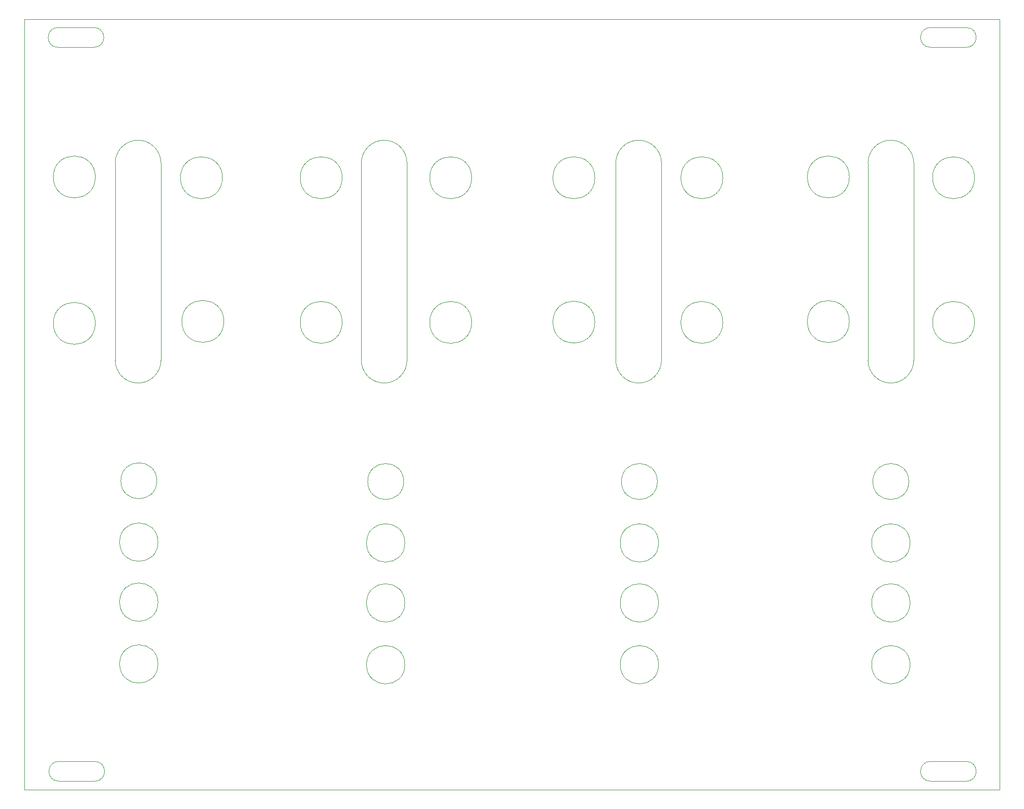
<source format=gm1>
%TF.GenerationSoftware,KiCad,Pcbnew,(5.1.6-0-10_14)*%
%TF.CreationDate,2022-01-25T08:39:06+00:00*%
%TF.ProjectId,Quad Tube VCA Panel,51756164-2054-4756-9265-205643412050,rev?*%
%TF.SameCoordinates,Original*%
%TF.FileFunction,Profile,NP*%
%FSLAX46Y46*%
G04 Gerber Fmt 4.6, Leading zero omitted, Abs format (unit mm)*
G04 Created by KiCad (PCBNEW (5.1.6-0-10_14)) date 2022-01-25 08:39:06*
%MOMM*%
%LPD*%
G01*
G04 APERTURE LIST*
%TA.AperFunction,Profile*%
%ADD10C,0.050000*%
%TD*%
G04 APERTURE END LIST*
D10*
X163703000Y-187833000D02*
X157734000Y-187833000D01*
X157734000Y-187833000D02*
G75*
G02*
X157734000Y-184531000I0J1651000D01*
G01*
X157734000Y-184531000D02*
X163703000Y-184531000D01*
X163703000Y-184531000D02*
G75*
G02*
X163703000Y-187833000I0J-1651000D01*
G01*
X18415000Y-187833000D02*
X12446000Y-187833000D01*
X18415000Y-184531000D02*
G75*
G02*
X18415000Y-187833000I0J-1651000D01*
G01*
X12446000Y-184531000D02*
X18415000Y-184531000D01*
X12446000Y-187833000D02*
G75*
G02*
X12446000Y-184531000I0J1651000D01*
G01*
X163703000Y-65405000D02*
X157734000Y-65405000D01*
X163703000Y-62103000D02*
G75*
G02*
X163703000Y-65405000I0J-1651000D01*
G01*
X157734000Y-62103000D02*
X163703000Y-62103000D01*
X157734000Y-65405000D02*
G75*
G02*
X157734000Y-62103000I0J1651000D01*
G01*
X12319000Y-62103000D02*
X18288000Y-62103000D01*
X18288000Y-65405000D02*
X12319000Y-65405000D01*
X12319000Y-65405000D02*
G75*
G02*
X12319000Y-62103000I0J1651000D01*
G01*
X18288000Y-62103000D02*
G75*
G02*
X18288000Y-65405000I0J-1651000D01*
G01*
X6731000Y-60706000D02*
X169291000Y-60706000D01*
X6731000Y-189230000D02*
X169291000Y-189230000D01*
X6731000Y-189230000D02*
X6731000Y-60706000D01*
X154940000Y-84709000D02*
X154940000Y-117602000D01*
X151130000Y-80899000D02*
G75*
G02*
X154940000Y-84709000I0J-3810000D01*
G01*
X147320000Y-117602000D02*
X147320000Y-84709000D01*
X147320000Y-84709000D02*
G75*
G02*
X151130000Y-80899000I3810000J0D01*
G01*
X154940000Y-117602000D02*
G75*
G02*
X151130000Y-121412000I-3810000J0D01*
G01*
X151130000Y-121412000D02*
G75*
G02*
X147320000Y-117602000I0J3810000D01*
G01*
X112903000Y-84709000D02*
X112903000Y-117602000D01*
X109093000Y-80899000D02*
G75*
G02*
X112903000Y-84709000I0J-3810000D01*
G01*
X105283000Y-117602000D02*
X105283000Y-84709000D01*
X105283000Y-84709000D02*
G75*
G02*
X109093000Y-80899000I3810000J0D01*
G01*
X112903000Y-117602000D02*
G75*
G02*
X109093000Y-121412000I-3810000J0D01*
G01*
X109093000Y-121412000D02*
G75*
G02*
X105283000Y-117602000I0J3810000D01*
G01*
X70485000Y-84709000D02*
X70485000Y-117602000D01*
X66675000Y-80899000D02*
G75*
G02*
X70485000Y-84709000I0J-3810000D01*
G01*
X62865000Y-117602000D02*
X62865000Y-84709000D01*
X62865000Y-84709000D02*
G75*
G02*
X66675000Y-80899000I3810000J0D01*
G01*
X70485000Y-117602000D02*
G75*
G02*
X66675000Y-121412000I-3810000J0D01*
G01*
X66675000Y-121412000D02*
G75*
G02*
X62865000Y-117602000I0J3810000D01*
G01*
X29464000Y-84709000D02*
X29464000Y-117602000D01*
X21844000Y-117602000D02*
X21844000Y-84709000D01*
X21844000Y-84709000D02*
G75*
G02*
X25654000Y-80899000I3810000J0D01*
G01*
X25654000Y-80899000D02*
G75*
G02*
X29464000Y-84709000I0J-3810000D01*
G01*
X29464000Y-117602000D02*
G75*
G02*
X25654000Y-121412000I-3810000J0D01*
G01*
X25654000Y-121412000D02*
G75*
G02*
X21844000Y-117602000I0J3810000D01*
G01*
X28781000Y-137716000D02*
G75*
G03*
X28781000Y-137716000I-3000000J0D01*
G01*
X69929000Y-137843000D02*
G75*
G03*
X69929000Y-137843000I-3000000J0D01*
G01*
X112220000Y-137843000D02*
G75*
G03*
X112220000Y-137843000I-3000000J0D01*
G01*
X154130000Y-137843000D02*
G75*
G03*
X154130000Y-137843000I-3000000J0D01*
G01*
X154330000Y-168402000D02*
G75*
G03*
X154330000Y-168402000I-3200000J0D01*
G01*
X154330000Y-158090000D02*
G75*
G03*
X154330000Y-158090000I-3200000J0D01*
G01*
X154330000Y-148082000D02*
G75*
G03*
X154330000Y-148082000I-3200000J0D01*
G01*
X112420000Y-168402000D02*
G75*
G03*
X112420000Y-168402000I-3200000J0D01*
G01*
X112420000Y-158090000D02*
G75*
G03*
X112420000Y-158090000I-3200000J0D01*
G01*
X112420000Y-148082000D02*
G75*
G03*
X112420000Y-148082000I-3200000J0D01*
G01*
X70129000Y-168402000D02*
G75*
G03*
X70129000Y-168402000I-3200000J0D01*
G01*
X70129000Y-158090000D02*
G75*
G03*
X70129000Y-158090000I-3200000J0D01*
G01*
X70129000Y-148082000D02*
G75*
G03*
X70129000Y-148082000I-3200000J0D01*
G01*
X28981000Y-168275000D02*
G75*
G03*
X28981000Y-168275000I-3200000J0D01*
G01*
X28981000Y-157963000D02*
G75*
G03*
X28981000Y-157963000I-3200000J0D01*
G01*
X28981000Y-147955000D02*
G75*
G03*
X28981000Y-147955000I-3200000J0D01*
G01*
X165086000Y-111292000D02*
G75*
G03*
X165086000Y-111292000I-3500000J0D01*
G01*
X144216000Y-111165000D02*
G75*
G03*
X144216000Y-111165000I-3500000J0D01*
G01*
X165086000Y-87162000D02*
G75*
G03*
X165086000Y-87162000I-3500000J0D01*
G01*
X144216000Y-87035000D02*
G75*
G03*
X144216000Y-87035000I-3500000J0D01*
G01*
X123134000Y-111292000D02*
G75*
G03*
X123134000Y-111292000I-3500000J0D01*
G01*
X123134000Y-87162000D02*
G75*
G03*
X123134000Y-87162000I-3500000J0D01*
G01*
X101798000Y-87162000D02*
G75*
G03*
X101798000Y-87162000I-3500000J0D01*
G01*
X101798000Y-111252000D02*
G75*
G03*
X101798000Y-111252000I-3500000J0D01*
G01*
X81266000Y-111292000D02*
G75*
G03*
X81266000Y-111292000I-3500000J0D01*
G01*
X81266000Y-87162000D02*
G75*
G03*
X81266000Y-87162000I-3500000J0D01*
G01*
X59676000Y-111292000D02*
G75*
G03*
X59676000Y-111292000I-3500000J0D01*
G01*
X59676000Y-87162000D02*
G75*
G03*
X59676000Y-87162000I-3500000J0D01*
G01*
X39949000Y-111125000D02*
G75*
G03*
X39949000Y-111125000I-3500000J0D01*
G01*
X18528000Y-111450000D02*
G75*
G03*
X18528000Y-111450000I-3500000J0D01*
G01*
X39716000Y-87162000D02*
G75*
G03*
X39716000Y-87162000I-3500000J0D01*
G01*
X18528000Y-87035000D02*
G75*
G03*
X18528000Y-87035000I-3500000J0D01*
G01*
X169291000Y-189230000D02*
X169291000Y-60706000D01*
M02*

</source>
